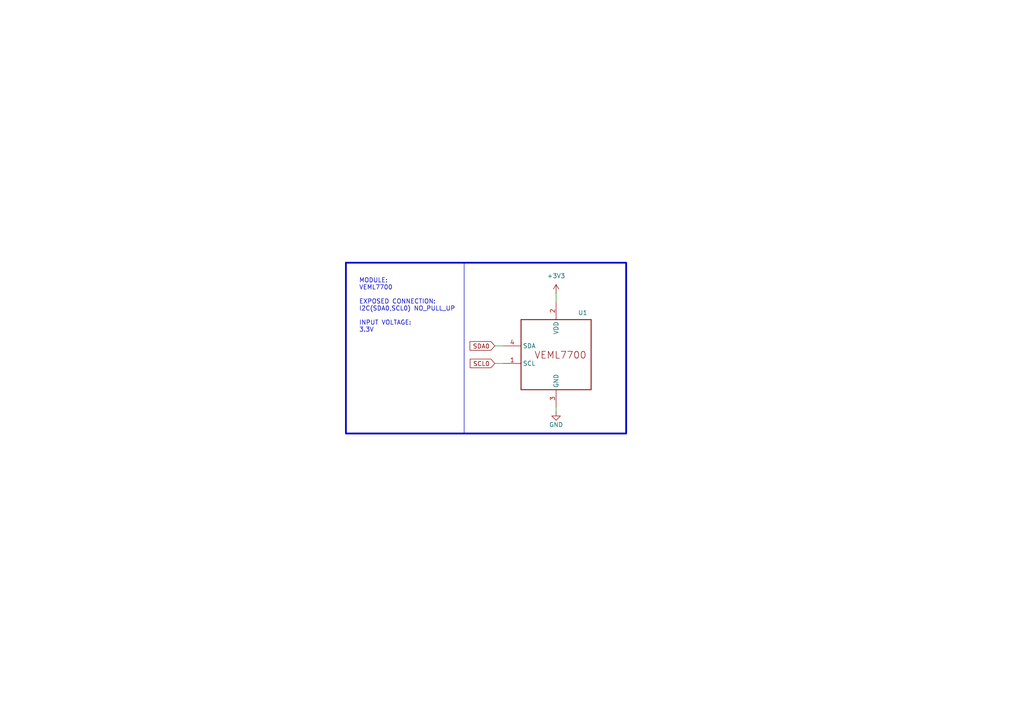
<source format=kicad_sch>
(kicad_sch (version 20230121) (generator eeschema)
  (paper "A4")
  (lib_symbols
    (symbol "Adafruit VEML7700 STEMMA QT-eagle-import:VEML7700"
      (property "Reference" "IC1" (at 2.54 10.16 0))
      (symbol "VEML7700_1_0"
        (polyline (pts (xy -10.16 -10.16) (xy -10.16 10.16)) (stroke (width 0.254)))
        (polyline (pts (xy -10.16 10.16) (xy 10.16 10.16)) (stroke (width 0.254)))
        (polyline (pts (xy 10.16 -10.16) (xy -10.16 -10.16)) (stroke (width 0.254)))
        (polyline (pts (xy 10.16 10.16) (xy 10.16 -10.16)) (stroke (width 0.254)))
        (text "VEML7700" (at -6.35 -1.27 0) (effects (font (size 2 2)) (justify left bottom)))
        (pin bidirectional line (at -15.24 -2.54 0) (length 5.08) (name "SCL") (number "1"))
        (pin power_in line (at 0 15.24 270) (length 5.08) (name "VDD") (number "2"))
        (pin power_in line (at 0 -15.24 90) (length 5.08) (name "GND") (number "3"))
        (pin bidirectional line (at -15.24 2.54 0) (length 5.08) (name "SDA") (number "4"))
      )
    )
    (symbol "power:+3V3" (power) (pin_names (offset 0))
      (property "Value" "+3V3" (at 0 3.556 0))
      (symbol "+3V3_0_1"
        (polyline (pts (xy -0.762 1.27) (xy 0 2.54)))
        (polyline (pts (xy 0 0) (xy 0 2.54)))
        (polyline (pts (xy 0 2.54) (xy 0.762 1.27)))
      )
      (symbol "+3V3_1_1"
        (pin power_in line (at 0 0 90) (length 0) hide (name "+3V3") (number "1"))
      )
    )
    (symbol "power:GND" (power) (pin_names (offset 0))
      (property "Value" "GND" (at 0 -3.81 0))
      (symbol "GND_0_1"
        (polyline (pts (xy 0 0) (xy 0 -1.27) (xy 1.27 -1.27) (xy 0 -2.54) (xy -1.27 -1.27) (xy 0 -1.27)))
      )
      (symbol "GND_1_1"
        (pin power_in line (at 0 0 270) (length 0) hide (name "GND") (number "1"))
      )
    )
  )
  (wire (pts (xy 143.51 100.33) (xy 146.05 100.33)))
  (wire (pts (xy 161.29 85.09) (xy 161.29 87.63)))
  (wire (pts (xy 161.29 118.11) (xy 161.29 119.38)))
  (wire (pts (xy 143.51 105.41) (xy 146.05 105.41)))
  (rectangle (start 100.33 76.2) (end 181.61 125.73) (stroke (width 0.5)))
  (rectangle (start 100.33 76.2) (end 134.62 125.73))
  (text "MODULE:\nVEML7700\n\nEXPOSED CONNECTION: \nI2C(SDA0,SCL0) NO_PULL_UP\n\nINPUT VOLTAGE:\n3.3V" (at 104.14 96.52 0) (effects (font (size 1.27 1.27)) (justify left bottom)))
  (global_label "SCL0" (shape input) (at 143.51 105.41 180) (property "Intersheetrefs" "${INTERSHEET_REFS}" (effects hide)))
  (global_label "SDA0" (shape input) (at 143.51 100.33 180) (property "Intersheetrefs" "${INTERSHEET_REFS}" (effects hide)))
  (symbol (lib_id "power:GND") (at 161.29 119.38 0) (unit 1)
    (property "Reference" "#PWR02" (effects hide))
    (property "Value" "GND" (at 161.29 123.19 0))
  )
  (symbol (lib_id "power:+3V3") (at 161.29 85.09 0) (unit 1)
    (property "Reference" "#PWR01" (effects hide))
    (property "Value" "+3V3" (at 161.29 80.01 0))
  )
  (symbol (lib_id "Adafruit VEML7700 STEMMA QT-eagle-import:VEML7700") (at 161.29 102.87 0) (unit 1)
    (property "Reference" "U1" (at 167.64 91.44 0) (effects (justify left bottom)))
    (property "Value" "VEML7700" (effects hide))
    (property "Footprint" "Adafruit VEML7700 STEMMA QT:VEML7700" (effects hide))
  )
)
</source>
